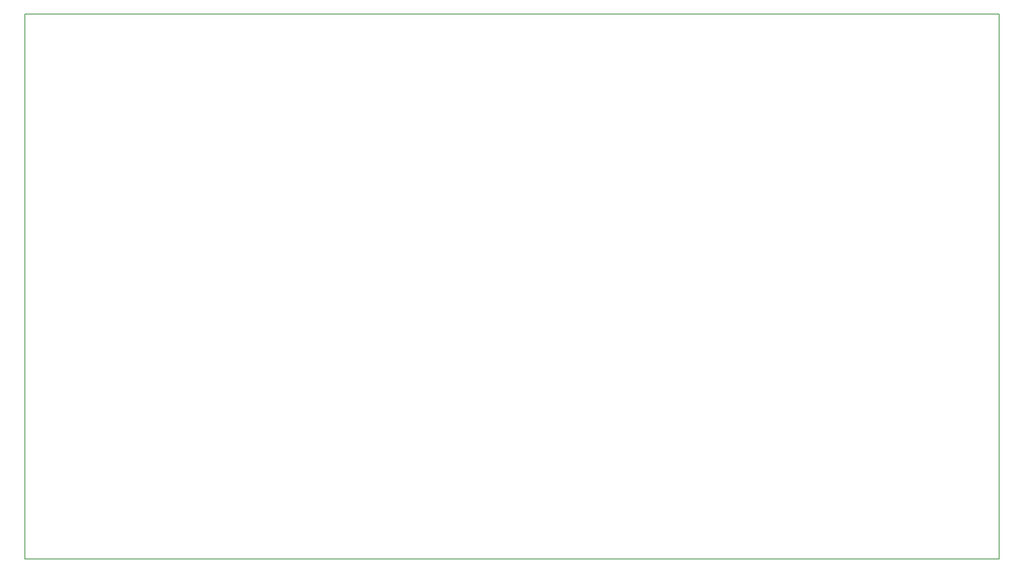
<source format=gm1>
G04 MADE WITH FRITZING*
G04 WWW.FRITZING.ORG*
G04 DOUBLE SIDED*
G04 HOLES PLATED*
G04 CONTOUR ON CENTER OF CONTOUR VECTOR*
%ASAXBY*%
%FSLAX23Y23*%
%MOIN*%
%OFA0B0*%
%SFA1.0B1.0*%
%ADD10R,8.105280X4.537570*%
%ADD11C,0.008000*%
%ADD10C,0.008*%
%LNCONTOUR*%
G90*
G70*
G54D10*
G54D11*
X4Y4534D02*
X8101Y4534D01*
X8101Y4D01*
X4Y4D01*
X4Y4534D01*
D02*
G04 End of contour*
M02*
</source>
